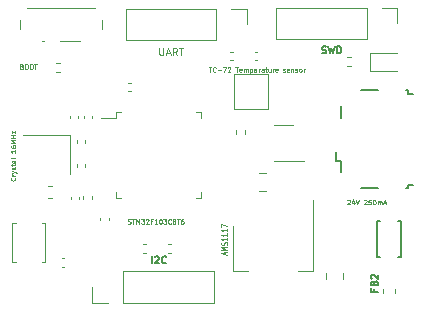
<source format=gbr>
%TF.GenerationSoftware,KiCad,Pcbnew,7.0.1*%
%TF.CreationDate,2024-04-05T01:09:51+05:30*%
%TF.ProjectId,stm32spi_new,73746d33-3273-4706-995f-6e65772e6b69,rev?*%
%TF.SameCoordinates,Original*%
%TF.FileFunction,Legend,Top*%
%TF.FilePolarity,Positive*%
%FSLAX46Y46*%
G04 Gerber Fmt 4.6, Leading zero omitted, Abs format (unit mm)*
G04 Created by KiCad (PCBNEW 7.0.1) date 2024-04-05 01:09:51*
%MOMM*%
%LPD*%
G01*
G04 APERTURE LIST*
%ADD10C,0.100000*%
%ADD11C,0.150000*%
%ADD12C,0.120000*%
%ADD13C,0.152400*%
G04 APERTURE END LIST*
D10*
%TO.C,STM32F103C8T6*%
X153757620Y-108256000D02*
X153814763Y-108275047D01*
X153814763Y-108275047D02*
X153910001Y-108275047D01*
X153910001Y-108275047D02*
X153948096Y-108256000D01*
X153948096Y-108256000D02*
X153967144Y-108236952D01*
X153967144Y-108236952D02*
X153986191Y-108198857D01*
X153986191Y-108198857D02*
X153986191Y-108160761D01*
X153986191Y-108160761D02*
X153967144Y-108122666D01*
X153967144Y-108122666D02*
X153948096Y-108103619D01*
X153948096Y-108103619D02*
X153910001Y-108084571D01*
X153910001Y-108084571D02*
X153833810Y-108065523D01*
X153833810Y-108065523D02*
X153795715Y-108046476D01*
X153795715Y-108046476D02*
X153776668Y-108027428D01*
X153776668Y-108027428D02*
X153757620Y-107989333D01*
X153757620Y-107989333D02*
X153757620Y-107951238D01*
X153757620Y-107951238D02*
X153776668Y-107913142D01*
X153776668Y-107913142D02*
X153795715Y-107894095D01*
X153795715Y-107894095D02*
X153833810Y-107875047D01*
X153833810Y-107875047D02*
X153929049Y-107875047D01*
X153929049Y-107875047D02*
X153986191Y-107894095D01*
X154100477Y-107875047D02*
X154329048Y-107875047D01*
X154214762Y-108275047D02*
X154214762Y-107875047D01*
X154462382Y-108275047D02*
X154462382Y-107875047D01*
X154462382Y-107875047D02*
X154595715Y-108160761D01*
X154595715Y-108160761D02*
X154729048Y-107875047D01*
X154729048Y-107875047D02*
X154729048Y-108275047D01*
X154881429Y-107875047D02*
X155129048Y-107875047D01*
X155129048Y-107875047D02*
X154995715Y-108027428D01*
X154995715Y-108027428D02*
X155052858Y-108027428D01*
X155052858Y-108027428D02*
X155090953Y-108046476D01*
X155090953Y-108046476D02*
X155110001Y-108065523D01*
X155110001Y-108065523D02*
X155129048Y-108103619D01*
X155129048Y-108103619D02*
X155129048Y-108198857D01*
X155129048Y-108198857D02*
X155110001Y-108236952D01*
X155110001Y-108236952D02*
X155090953Y-108256000D01*
X155090953Y-108256000D02*
X155052858Y-108275047D01*
X155052858Y-108275047D02*
X154938572Y-108275047D01*
X154938572Y-108275047D02*
X154900477Y-108256000D01*
X154900477Y-108256000D02*
X154881429Y-108236952D01*
X155281429Y-107913142D02*
X155300477Y-107894095D01*
X155300477Y-107894095D02*
X155338572Y-107875047D01*
X155338572Y-107875047D02*
X155433810Y-107875047D01*
X155433810Y-107875047D02*
X155471905Y-107894095D01*
X155471905Y-107894095D02*
X155490953Y-107913142D01*
X155490953Y-107913142D02*
X155510000Y-107951238D01*
X155510000Y-107951238D02*
X155510000Y-107989333D01*
X155510000Y-107989333D02*
X155490953Y-108046476D01*
X155490953Y-108046476D02*
X155262381Y-108275047D01*
X155262381Y-108275047D02*
X155510000Y-108275047D01*
X155814762Y-108065523D02*
X155681429Y-108065523D01*
X155681429Y-108275047D02*
X155681429Y-107875047D01*
X155681429Y-107875047D02*
X155871905Y-107875047D01*
X156233809Y-108275047D02*
X156005238Y-108275047D01*
X156119524Y-108275047D02*
X156119524Y-107875047D01*
X156119524Y-107875047D02*
X156081428Y-107932190D01*
X156081428Y-107932190D02*
X156043333Y-107970285D01*
X156043333Y-107970285D02*
X156005238Y-107989333D01*
X156481428Y-107875047D02*
X156519523Y-107875047D01*
X156519523Y-107875047D02*
X156557619Y-107894095D01*
X156557619Y-107894095D02*
X156576666Y-107913142D01*
X156576666Y-107913142D02*
X156595714Y-107951238D01*
X156595714Y-107951238D02*
X156614761Y-108027428D01*
X156614761Y-108027428D02*
X156614761Y-108122666D01*
X156614761Y-108122666D02*
X156595714Y-108198857D01*
X156595714Y-108198857D02*
X156576666Y-108236952D01*
X156576666Y-108236952D02*
X156557619Y-108256000D01*
X156557619Y-108256000D02*
X156519523Y-108275047D01*
X156519523Y-108275047D02*
X156481428Y-108275047D01*
X156481428Y-108275047D02*
X156443333Y-108256000D01*
X156443333Y-108256000D02*
X156424285Y-108236952D01*
X156424285Y-108236952D02*
X156405238Y-108198857D01*
X156405238Y-108198857D02*
X156386190Y-108122666D01*
X156386190Y-108122666D02*
X156386190Y-108027428D01*
X156386190Y-108027428D02*
X156405238Y-107951238D01*
X156405238Y-107951238D02*
X156424285Y-107913142D01*
X156424285Y-107913142D02*
X156443333Y-107894095D01*
X156443333Y-107894095D02*
X156481428Y-107875047D01*
X156748094Y-107875047D02*
X156995713Y-107875047D01*
X156995713Y-107875047D02*
X156862380Y-108027428D01*
X156862380Y-108027428D02*
X156919523Y-108027428D01*
X156919523Y-108027428D02*
X156957618Y-108046476D01*
X156957618Y-108046476D02*
X156976666Y-108065523D01*
X156976666Y-108065523D02*
X156995713Y-108103619D01*
X156995713Y-108103619D02*
X156995713Y-108198857D01*
X156995713Y-108198857D02*
X156976666Y-108236952D01*
X156976666Y-108236952D02*
X156957618Y-108256000D01*
X156957618Y-108256000D02*
X156919523Y-108275047D01*
X156919523Y-108275047D02*
X156805237Y-108275047D01*
X156805237Y-108275047D02*
X156767142Y-108256000D01*
X156767142Y-108256000D02*
X156748094Y-108236952D01*
X157395713Y-108236952D02*
X157376665Y-108256000D01*
X157376665Y-108256000D02*
X157319523Y-108275047D01*
X157319523Y-108275047D02*
X157281427Y-108275047D01*
X157281427Y-108275047D02*
X157224284Y-108256000D01*
X157224284Y-108256000D02*
X157186189Y-108217904D01*
X157186189Y-108217904D02*
X157167142Y-108179809D01*
X157167142Y-108179809D02*
X157148094Y-108103619D01*
X157148094Y-108103619D02*
X157148094Y-108046476D01*
X157148094Y-108046476D02*
X157167142Y-107970285D01*
X157167142Y-107970285D02*
X157186189Y-107932190D01*
X157186189Y-107932190D02*
X157224284Y-107894095D01*
X157224284Y-107894095D02*
X157281427Y-107875047D01*
X157281427Y-107875047D02*
X157319523Y-107875047D01*
X157319523Y-107875047D02*
X157376665Y-107894095D01*
X157376665Y-107894095D02*
X157395713Y-107913142D01*
X157624284Y-108046476D02*
X157586189Y-108027428D01*
X157586189Y-108027428D02*
X157567142Y-108008380D01*
X157567142Y-108008380D02*
X157548094Y-107970285D01*
X157548094Y-107970285D02*
X157548094Y-107951238D01*
X157548094Y-107951238D02*
X157567142Y-107913142D01*
X157567142Y-107913142D02*
X157586189Y-107894095D01*
X157586189Y-107894095D02*
X157624284Y-107875047D01*
X157624284Y-107875047D02*
X157700475Y-107875047D01*
X157700475Y-107875047D02*
X157738570Y-107894095D01*
X157738570Y-107894095D02*
X157757618Y-107913142D01*
X157757618Y-107913142D02*
X157776665Y-107951238D01*
X157776665Y-107951238D02*
X157776665Y-107970285D01*
X157776665Y-107970285D02*
X157757618Y-108008380D01*
X157757618Y-108008380D02*
X157738570Y-108027428D01*
X157738570Y-108027428D02*
X157700475Y-108046476D01*
X157700475Y-108046476D02*
X157624284Y-108046476D01*
X157624284Y-108046476D02*
X157586189Y-108065523D01*
X157586189Y-108065523D02*
X157567142Y-108084571D01*
X157567142Y-108084571D02*
X157548094Y-108122666D01*
X157548094Y-108122666D02*
X157548094Y-108198857D01*
X157548094Y-108198857D02*
X157567142Y-108236952D01*
X157567142Y-108236952D02*
X157586189Y-108256000D01*
X157586189Y-108256000D02*
X157624284Y-108275047D01*
X157624284Y-108275047D02*
X157700475Y-108275047D01*
X157700475Y-108275047D02*
X157738570Y-108256000D01*
X157738570Y-108256000D02*
X157757618Y-108236952D01*
X157757618Y-108236952D02*
X157776665Y-108198857D01*
X157776665Y-108198857D02*
X157776665Y-108122666D01*
X157776665Y-108122666D02*
X157757618Y-108084571D01*
X157757618Y-108084571D02*
X157738570Y-108065523D01*
X157738570Y-108065523D02*
X157700475Y-108046476D01*
X157890951Y-107875047D02*
X158119522Y-107875047D01*
X158005236Y-108275047D02*
X158005236Y-107875047D01*
X158424284Y-107875047D02*
X158348094Y-107875047D01*
X158348094Y-107875047D02*
X158309998Y-107894095D01*
X158309998Y-107894095D02*
X158290951Y-107913142D01*
X158290951Y-107913142D02*
X158252856Y-107970285D01*
X158252856Y-107970285D02*
X158233808Y-108046476D01*
X158233808Y-108046476D02*
X158233808Y-108198857D01*
X158233808Y-108198857D02*
X158252856Y-108236952D01*
X158252856Y-108236952D02*
X158271903Y-108256000D01*
X158271903Y-108256000D02*
X158309998Y-108275047D01*
X158309998Y-108275047D02*
X158386189Y-108275047D01*
X158386189Y-108275047D02*
X158424284Y-108256000D01*
X158424284Y-108256000D02*
X158443332Y-108236952D01*
X158443332Y-108236952D02*
X158462379Y-108198857D01*
X158462379Y-108198857D02*
X158462379Y-108103619D01*
X158462379Y-108103619D02*
X158443332Y-108065523D01*
X158443332Y-108065523D02*
X158424284Y-108046476D01*
X158424284Y-108046476D02*
X158386189Y-108027428D01*
X158386189Y-108027428D02*
X158309998Y-108027428D01*
X158309998Y-108027428D02*
X158271903Y-108046476D01*
X158271903Y-108046476D02*
X158252856Y-108065523D01*
X158252856Y-108065523D02*
X158233808Y-108103619D01*
%TO.C,UART*%
X156412857Y-93387571D02*
X156412857Y-93873285D01*
X156412857Y-93873285D02*
X156441428Y-93930428D01*
X156441428Y-93930428D02*
X156470000Y-93959000D01*
X156470000Y-93959000D02*
X156527142Y-93987571D01*
X156527142Y-93987571D02*
X156641428Y-93987571D01*
X156641428Y-93987571D02*
X156698571Y-93959000D01*
X156698571Y-93959000D02*
X156727142Y-93930428D01*
X156727142Y-93930428D02*
X156755714Y-93873285D01*
X156755714Y-93873285D02*
X156755714Y-93387571D01*
X157012856Y-93816142D02*
X157298571Y-93816142D01*
X156955713Y-93987571D02*
X157155713Y-93387571D01*
X157155713Y-93387571D02*
X157355713Y-93987571D01*
X157898571Y-93987571D02*
X157698571Y-93701857D01*
X157555714Y-93987571D02*
X157555714Y-93387571D01*
X157555714Y-93387571D02*
X157784285Y-93387571D01*
X157784285Y-93387571D02*
X157841428Y-93416142D01*
X157841428Y-93416142D02*
X157869999Y-93444714D01*
X157869999Y-93444714D02*
X157898571Y-93501857D01*
X157898571Y-93501857D02*
X157898571Y-93587571D01*
X157898571Y-93587571D02*
X157869999Y-93644714D01*
X157869999Y-93644714D02*
X157841428Y-93673285D01*
X157841428Y-93673285D02*
X157784285Y-93701857D01*
X157784285Y-93701857D02*
X157555714Y-93701857D01*
X158069999Y-93387571D02*
X158412857Y-93387571D01*
X158241428Y-93987571D02*
X158241428Y-93387571D01*
D11*
%TO.C,FB2*%
X174623285Y-113809999D02*
X174623285Y-114009999D01*
X174937571Y-114009999D02*
X174337571Y-114009999D01*
X174337571Y-114009999D02*
X174337571Y-113724285D01*
X174623285Y-113295713D02*
X174651857Y-113209999D01*
X174651857Y-113209999D02*
X174680428Y-113181428D01*
X174680428Y-113181428D02*
X174737571Y-113152856D01*
X174737571Y-113152856D02*
X174823285Y-113152856D01*
X174823285Y-113152856D02*
X174880428Y-113181428D01*
X174880428Y-113181428D02*
X174909000Y-113209999D01*
X174909000Y-113209999D02*
X174937571Y-113267142D01*
X174937571Y-113267142D02*
X174937571Y-113495713D01*
X174937571Y-113495713D02*
X174337571Y-113495713D01*
X174337571Y-113495713D02*
X174337571Y-113295713D01*
X174337571Y-113295713D02*
X174366142Y-113238571D01*
X174366142Y-113238571D02*
X174394714Y-113209999D01*
X174394714Y-113209999D02*
X174451857Y-113181428D01*
X174451857Y-113181428D02*
X174509000Y-113181428D01*
X174509000Y-113181428D02*
X174566142Y-113209999D01*
X174566142Y-113209999D02*
X174594714Y-113238571D01*
X174594714Y-113238571D02*
X174623285Y-113295713D01*
X174623285Y-113295713D02*
X174623285Y-113495713D01*
X174394714Y-112924285D02*
X174366142Y-112895713D01*
X174366142Y-112895713D02*
X174337571Y-112838571D01*
X174337571Y-112838571D02*
X174337571Y-112695713D01*
X174337571Y-112695713D02*
X174366142Y-112638571D01*
X174366142Y-112638571D02*
X174394714Y-112609999D01*
X174394714Y-112609999D02*
X174451857Y-112581428D01*
X174451857Y-112581428D02*
X174509000Y-112581428D01*
X174509000Y-112581428D02*
X174594714Y-112609999D01*
X174594714Y-112609999D02*
X174937571Y-112952856D01*
X174937571Y-112952856D02*
X174937571Y-112581428D01*
D10*
%TO.C,AMS1117*%
X162008452Y-110866189D02*
X162008452Y-110675713D01*
X162151309Y-110904284D02*
X161651309Y-110770951D01*
X161651309Y-110770951D02*
X162151309Y-110637618D01*
X162151309Y-110504284D02*
X161651309Y-110504284D01*
X161651309Y-110504284D02*
X162008452Y-110370951D01*
X162008452Y-110370951D02*
X161651309Y-110237618D01*
X161651309Y-110237618D02*
X162151309Y-110237618D01*
X162127500Y-110066189D02*
X162151309Y-110009046D01*
X162151309Y-110009046D02*
X162151309Y-109913808D01*
X162151309Y-109913808D02*
X162127500Y-109875713D01*
X162127500Y-109875713D02*
X162103690Y-109856665D01*
X162103690Y-109856665D02*
X162056071Y-109837618D01*
X162056071Y-109837618D02*
X162008452Y-109837618D01*
X162008452Y-109837618D02*
X161960833Y-109856665D01*
X161960833Y-109856665D02*
X161937023Y-109875713D01*
X161937023Y-109875713D02*
X161913214Y-109913808D01*
X161913214Y-109913808D02*
X161889404Y-109989999D01*
X161889404Y-109989999D02*
X161865595Y-110028094D01*
X161865595Y-110028094D02*
X161841785Y-110047141D01*
X161841785Y-110047141D02*
X161794166Y-110066189D01*
X161794166Y-110066189D02*
X161746547Y-110066189D01*
X161746547Y-110066189D02*
X161698928Y-110047141D01*
X161698928Y-110047141D02*
X161675119Y-110028094D01*
X161675119Y-110028094D02*
X161651309Y-109989999D01*
X161651309Y-109989999D02*
X161651309Y-109894760D01*
X161651309Y-109894760D02*
X161675119Y-109837618D01*
X162151309Y-109456666D02*
X162151309Y-109685237D01*
X162151309Y-109570951D02*
X161651309Y-109570951D01*
X161651309Y-109570951D02*
X161722738Y-109609047D01*
X161722738Y-109609047D02*
X161770357Y-109647142D01*
X161770357Y-109647142D02*
X161794166Y-109685237D01*
X162151309Y-109075714D02*
X162151309Y-109304285D01*
X162151309Y-109189999D02*
X161651309Y-109189999D01*
X161651309Y-109189999D02*
X161722738Y-109228095D01*
X161722738Y-109228095D02*
X161770357Y-109266190D01*
X161770357Y-109266190D02*
X161794166Y-109304285D01*
X162151309Y-108694762D02*
X162151309Y-108923333D01*
X162151309Y-108809047D02*
X161651309Y-108809047D01*
X161651309Y-108809047D02*
X161722738Y-108847143D01*
X161722738Y-108847143D02*
X161770357Y-108885238D01*
X161770357Y-108885238D02*
X161794166Y-108923333D01*
X161651309Y-108561429D02*
X161651309Y-108294762D01*
X161651309Y-108294762D02*
X162151309Y-108466191D01*
%TO.C,24V 250mA*%
X172311906Y-106273142D02*
X172330954Y-106254095D01*
X172330954Y-106254095D02*
X172369049Y-106235047D01*
X172369049Y-106235047D02*
X172464287Y-106235047D01*
X172464287Y-106235047D02*
X172502382Y-106254095D01*
X172502382Y-106254095D02*
X172521430Y-106273142D01*
X172521430Y-106273142D02*
X172540477Y-106311238D01*
X172540477Y-106311238D02*
X172540477Y-106349333D01*
X172540477Y-106349333D02*
X172521430Y-106406476D01*
X172521430Y-106406476D02*
X172292858Y-106635047D01*
X172292858Y-106635047D02*
X172540477Y-106635047D01*
X172883334Y-106368380D02*
X172883334Y-106635047D01*
X172788096Y-106216000D02*
X172692858Y-106501714D01*
X172692858Y-106501714D02*
X172940477Y-106501714D01*
X173035715Y-106235047D02*
X173169048Y-106635047D01*
X173169048Y-106635047D02*
X173302381Y-106235047D01*
X173721429Y-106273142D02*
X173740477Y-106254095D01*
X173740477Y-106254095D02*
X173778572Y-106235047D01*
X173778572Y-106235047D02*
X173873810Y-106235047D01*
X173873810Y-106235047D02*
X173911905Y-106254095D01*
X173911905Y-106254095D02*
X173930953Y-106273142D01*
X173930953Y-106273142D02*
X173950000Y-106311238D01*
X173950000Y-106311238D02*
X173950000Y-106349333D01*
X173950000Y-106349333D02*
X173930953Y-106406476D01*
X173930953Y-106406476D02*
X173702381Y-106635047D01*
X173702381Y-106635047D02*
X173950000Y-106635047D01*
X174311905Y-106235047D02*
X174121429Y-106235047D01*
X174121429Y-106235047D02*
X174102381Y-106425523D01*
X174102381Y-106425523D02*
X174121429Y-106406476D01*
X174121429Y-106406476D02*
X174159524Y-106387428D01*
X174159524Y-106387428D02*
X174254762Y-106387428D01*
X174254762Y-106387428D02*
X174292857Y-106406476D01*
X174292857Y-106406476D02*
X174311905Y-106425523D01*
X174311905Y-106425523D02*
X174330952Y-106463619D01*
X174330952Y-106463619D02*
X174330952Y-106558857D01*
X174330952Y-106558857D02*
X174311905Y-106596952D01*
X174311905Y-106596952D02*
X174292857Y-106616000D01*
X174292857Y-106616000D02*
X174254762Y-106635047D01*
X174254762Y-106635047D02*
X174159524Y-106635047D01*
X174159524Y-106635047D02*
X174121429Y-106616000D01*
X174121429Y-106616000D02*
X174102381Y-106596952D01*
X174578571Y-106235047D02*
X174616666Y-106235047D01*
X174616666Y-106235047D02*
X174654762Y-106254095D01*
X174654762Y-106254095D02*
X174673809Y-106273142D01*
X174673809Y-106273142D02*
X174692857Y-106311238D01*
X174692857Y-106311238D02*
X174711904Y-106387428D01*
X174711904Y-106387428D02*
X174711904Y-106482666D01*
X174711904Y-106482666D02*
X174692857Y-106558857D01*
X174692857Y-106558857D02*
X174673809Y-106596952D01*
X174673809Y-106596952D02*
X174654762Y-106616000D01*
X174654762Y-106616000D02*
X174616666Y-106635047D01*
X174616666Y-106635047D02*
X174578571Y-106635047D01*
X174578571Y-106635047D02*
X174540476Y-106616000D01*
X174540476Y-106616000D02*
X174521428Y-106596952D01*
X174521428Y-106596952D02*
X174502381Y-106558857D01*
X174502381Y-106558857D02*
X174483333Y-106482666D01*
X174483333Y-106482666D02*
X174483333Y-106387428D01*
X174483333Y-106387428D02*
X174502381Y-106311238D01*
X174502381Y-106311238D02*
X174521428Y-106273142D01*
X174521428Y-106273142D02*
X174540476Y-106254095D01*
X174540476Y-106254095D02*
X174578571Y-106235047D01*
X174883333Y-106635047D02*
X174883333Y-106368380D01*
X174883333Y-106406476D02*
X174902380Y-106387428D01*
X174902380Y-106387428D02*
X174940475Y-106368380D01*
X174940475Y-106368380D02*
X174997618Y-106368380D01*
X174997618Y-106368380D02*
X175035714Y-106387428D01*
X175035714Y-106387428D02*
X175054761Y-106425523D01*
X175054761Y-106425523D02*
X175054761Y-106635047D01*
X175054761Y-106425523D02*
X175073809Y-106387428D01*
X175073809Y-106387428D02*
X175111904Y-106368380D01*
X175111904Y-106368380D02*
X175169047Y-106368380D01*
X175169047Y-106368380D02*
X175207142Y-106387428D01*
X175207142Y-106387428D02*
X175226190Y-106425523D01*
X175226190Y-106425523D02*
X175226190Y-106635047D01*
X175397618Y-106520761D02*
X175588094Y-106520761D01*
X175359523Y-106635047D02*
X175492856Y-106235047D01*
X175492856Y-106235047D02*
X175626189Y-106635047D01*
D11*
%TO.C,SWD*%
X170185714Y-93819000D02*
X170271429Y-93847571D01*
X170271429Y-93847571D02*
X170414286Y-93847571D01*
X170414286Y-93847571D02*
X170471429Y-93819000D01*
X170471429Y-93819000D02*
X170500000Y-93790428D01*
X170500000Y-93790428D02*
X170528571Y-93733285D01*
X170528571Y-93733285D02*
X170528571Y-93676142D01*
X170528571Y-93676142D02*
X170500000Y-93619000D01*
X170500000Y-93619000D02*
X170471429Y-93590428D01*
X170471429Y-93590428D02*
X170414286Y-93561857D01*
X170414286Y-93561857D02*
X170300000Y-93533285D01*
X170300000Y-93533285D02*
X170242857Y-93504714D01*
X170242857Y-93504714D02*
X170214286Y-93476142D01*
X170214286Y-93476142D02*
X170185714Y-93419000D01*
X170185714Y-93419000D02*
X170185714Y-93361857D01*
X170185714Y-93361857D02*
X170214286Y-93304714D01*
X170214286Y-93304714D02*
X170242857Y-93276142D01*
X170242857Y-93276142D02*
X170300000Y-93247571D01*
X170300000Y-93247571D02*
X170442857Y-93247571D01*
X170442857Y-93247571D02*
X170528571Y-93276142D01*
X170728572Y-93247571D02*
X170871429Y-93847571D01*
X170871429Y-93847571D02*
X170985715Y-93419000D01*
X170985715Y-93419000D02*
X171100000Y-93847571D01*
X171100000Y-93847571D02*
X171242858Y-93247571D01*
X171471429Y-93847571D02*
X171471429Y-93247571D01*
X171471429Y-93247571D02*
X171614286Y-93247571D01*
X171614286Y-93247571D02*
X171700000Y-93276142D01*
X171700000Y-93276142D02*
X171757143Y-93333285D01*
X171757143Y-93333285D02*
X171785714Y-93390428D01*
X171785714Y-93390428D02*
X171814286Y-93504714D01*
X171814286Y-93504714D02*
X171814286Y-93590428D01*
X171814286Y-93590428D02*
X171785714Y-93704714D01*
X171785714Y-93704714D02*
X171757143Y-93761857D01*
X171757143Y-93761857D02*
X171700000Y-93819000D01*
X171700000Y-93819000D02*
X171614286Y-93847571D01*
X171614286Y-93847571D02*
X171471429Y-93847571D01*
D10*
%TO.C,BOOT*%
X144757142Y-94955523D02*
X144814285Y-94974571D01*
X144814285Y-94974571D02*
X144833332Y-94993619D01*
X144833332Y-94993619D02*
X144852380Y-95031714D01*
X144852380Y-95031714D02*
X144852380Y-95088857D01*
X144852380Y-95088857D02*
X144833332Y-95126952D01*
X144833332Y-95126952D02*
X144814285Y-95146000D01*
X144814285Y-95146000D02*
X144776190Y-95165047D01*
X144776190Y-95165047D02*
X144623809Y-95165047D01*
X144623809Y-95165047D02*
X144623809Y-94765047D01*
X144623809Y-94765047D02*
X144757142Y-94765047D01*
X144757142Y-94765047D02*
X144795237Y-94784095D01*
X144795237Y-94784095D02*
X144814285Y-94803142D01*
X144814285Y-94803142D02*
X144833332Y-94841238D01*
X144833332Y-94841238D02*
X144833332Y-94879333D01*
X144833332Y-94879333D02*
X144814285Y-94917428D01*
X144814285Y-94917428D02*
X144795237Y-94936476D01*
X144795237Y-94936476D02*
X144757142Y-94955523D01*
X144757142Y-94955523D02*
X144623809Y-94955523D01*
X145099999Y-94765047D02*
X145176190Y-94765047D01*
X145176190Y-94765047D02*
X145214285Y-94784095D01*
X145214285Y-94784095D02*
X145252380Y-94822190D01*
X145252380Y-94822190D02*
X145271428Y-94898380D01*
X145271428Y-94898380D02*
X145271428Y-95031714D01*
X145271428Y-95031714D02*
X145252380Y-95107904D01*
X145252380Y-95107904D02*
X145214285Y-95146000D01*
X145214285Y-95146000D02*
X145176190Y-95165047D01*
X145176190Y-95165047D02*
X145099999Y-95165047D01*
X145099999Y-95165047D02*
X145061904Y-95146000D01*
X145061904Y-95146000D02*
X145023809Y-95107904D01*
X145023809Y-95107904D02*
X145004761Y-95031714D01*
X145004761Y-95031714D02*
X145004761Y-94898380D01*
X145004761Y-94898380D02*
X145023809Y-94822190D01*
X145023809Y-94822190D02*
X145061904Y-94784095D01*
X145061904Y-94784095D02*
X145099999Y-94765047D01*
X145519047Y-94765047D02*
X145595238Y-94765047D01*
X145595238Y-94765047D02*
X145633333Y-94784095D01*
X145633333Y-94784095D02*
X145671428Y-94822190D01*
X145671428Y-94822190D02*
X145690476Y-94898380D01*
X145690476Y-94898380D02*
X145690476Y-95031714D01*
X145690476Y-95031714D02*
X145671428Y-95107904D01*
X145671428Y-95107904D02*
X145633333Y-95146000D01*
X145633333Y-95146000D02*
X145595238Y-95165047D01*
X145595238Y-95165047D02*
X145519047Y-95165047D01*
X145519047Y-95165047D02*
X145480952Y-95146000D01*
X145480952Y-95146000D02*
X145442857Y-95107904D01*
X145442857Y-95107904D02*
X145423809Y-95031714D01*
X145423809Y-95031714D02*
X145423809Y-94898380D01*
X145423809Y-94898380D02*
X145442857Y-94822190D01*
X145442857Y-94822190D02*
X145480952Y-94784095D01*
X145480952Y-94784095D02*
X145519047Y-94765047D01*
X145804762Y-94765047D02*
X146033333Y-94765047D01*
X145919047Y-95165047D02*
X145919047Y-94765047D01*
D11*
%TO.C,I2C*%
X155784286Y-111627571D02*
X155784286Y-111027571D01*
X156041428Y-111084714D02*
X156070000Y-111056142D01*
X156070000Y-111056142D02*
X156127143Y-111027571D01*
X156127143Y-111027571D02*
X156270000Y-111027571D01*
X156270000Y-111027571D02*
X156327143Y-111056142D01*
X156327143Y-111056142D02*
X156355714Y-111084714D01*
X156355714Y-111084714D02*
X156384285Y-111141857D01*
X156384285Y-111141857D02*
X156384285Y-111199000D01*
X156384285Y-111199000D02*
X156355714Y-111284714D01*
X156355714Y-111284714D02*
X156012857Y-111627571D01*
X156012857Y-111627571D02*
X156384285Y-111627571D01*
X156984286Y-111570428D02*
X156955714Y-111599000D01*
X156955714Y-111599000D02*
X156870000Y-111627571D01*
X156870000Y-111627571D02*
X156812857Y-111627571D01*
X156812857Y-111627571D02*
X156727143Y-111599000D01*
X156727143Y-111599000D02*
X156670000Y-111541857D01*
X156670000Y-111541857D02*
X156641429Y-111484714D01*
X156641429Y-111484714D02*
X156612857Y-111370428D01*
X156612857Y-111370428D02*
X156612857Y-111284714D01*
X156612857Y-111284714D02*
X156641429Y-111170428D01*
X156641429Y-111170428D02*
X156670000Y-111113285D01*
X156670000Y-111113285D02*
X156727143Y-111056142D01*
X156727143Y-111056142D02*
X156812857Y-111027571D01*
X156812857Y-111027571D02*
X156870000Y-111027571D01*
X156870000Y-111027571D02*
X156955714Y-111056142D01*
X156955714Y-111056142D02*
X156984286Y-111084714D01*
D10*
%TO.C,TC-72 Temparature sensor*%
X160583809Y-95015047D02*
X160812380Y-95015047D01*
X160698094Y-95415047D02*
X160698094Y-95015047D01*
X161174285Y-95376952D02*
X161155237Y-95396000D01*
X161155237Y-95396000D02*
X161098095Y-95415047D01*
X161098095Y-95415047D02*
X161059999Y-95415047D01*
X161059999Y-95415047D02*
X161002856Y-95396000D01*
X161002856Y-95396000D02*
X160964761Y-95357904D01*
X160964761Y-95357904D02*
X160945714Y-95319809D01*
X160945714Y-95319809D02*
X160926666Y-95243619D01*
X160926666Y-95243619D02*
X160926666Y-95186476D01*
X160926666Y-95186476D02*
X160945714Y-95110285D01*
X160945714Y-95110285D02*
X160964761Y-95072190D01*
X160964761Y-95072190D02*
X161002856Y-95034095D01*
X161002856Y-95034095D02*
X161059999Y-95015047D01*
X161059999Y-95015047D02*
X161098095Y-95015047D01*
X161098095Y-95015047D02*
X161155237Y-95034095D01*
X161155237Y-95034095D02*
X161174285Y-95053142D01*
X161345714Y-95262666D02*
X161650476Y-95262666D01*
X161802856Y-95015047D02*
X162069523Y-95015047D01*
X162069523Y-95015047D02*
X161898094Y-95415047D01*
X162202856Y-95053142D02*
X162221904Y-95034095D01*
X162221904Y-95034095D02*
X162259999Y-95015047D01*
X162259999Y-95015047D02*
X162355237Y-95015047D01*
X162355237Y-95015047D02*
X162393332Y-95034095D01*
X162393332Y-95034095D02*
X162412380Y-95053142D01*
X162412380Y-95053142D02*
X162431427Y-95091238D01*
X162431427Y-95091238D02*
X162431427Y-95129333D01*
X162431427Y-95129333D02*
X162412380Y-95186476D01*
X162412380Y-95186476D02*
X162183808Y-95415047D01*
X162183808Y-95415047D02*
X162431427Y-95415047D01*
X162850475Y-95015047D02*
X163079046Y-95015047D01*
X162964760Y-95415047D02*
X162964760Y-95015047D01*
X163364761Y-95396000D02*
X163326665Y-95415047D01*
X163326665Y-95415047D02*
X163250475Y-95415047D01*
X163250475Y-95415047D02*
X163212380Y-95396000D01*
X163212380Y-95396000D02*
X163193332Y-95357904D01*
X163193332Y-95357904D02*
X163193332Y-95205523D01*
X163193332Y-95205523D02*
X163212380Y-95167428D01*
X163212380Y-95167428D02*
X163250475Y-95148380D01*
X163250475Y-95148380D02*
X163326665Y-95148380D01*
X163326665Y-95148380D02*
X163364761Y-95167428D01*
X163364761Y-95167428D02*
X163383808Y-95205523D01*
X163383808Y-95205523D02*
X163383808Y-95243619D01*
X163383808Y-95243619D02*
X163193332Y-95281714D01*
X163555237Y-95415047D02*
X163555237Y-95148380D01*
X163555237Y-95186476D02*
X163574284Y-95167428D01*
X163574284Y-95167428D02*
X163612379Y-95148380D01*
X163612379Y-95148380D02*
X163669522Y-95148380D01*
X163669522Y-95148380D02*
X163707618Y-95167428D01*
X163707618Y-95167428D02*
X163726665Y-95205523D01*
X163726665Y-95205523D02*
X163726665Y-95415047D01*
X163726665Y-95205523D02*
X163745713Y-95167428D01*
X163745713Y-95167428D02*
X163783808Y-95148380D01*
X163783808Y-95148380D02*
X163840951Y-95148380D01*
X163840951Y-95148380D02*
X163879046Y-95167428D01*
X163879046Y-95167428D02*
X163898094Y-95205523D01*
X163898094Y-95205523D02*
X163898094Y-95415047D01*
X164088570Y-95148380D02*
X164088570Y-95548380D01*
X164088570Y-95167428D02*
X164126665Y-95148380D01*
X164126665Y-95148380D02*
X164202855Y-95148380D01*
X164202855Y-95148380D02*
X164240951Y-95167428D01*
X164240951Y-95167428D02*
X164259998Y-95186476D01*
X164259998Y-95186476D02*
X164279046Y-95224571D01*
X164279046Y-95224571D02*
X164279046Y-95338857D01*
X164279046Y-95338857D02*
X164259998Y-95376952D01*
X164259998Y-95376952D02*
X164240951Y-95396000D01*
X164240951Y-95396000D02*
X164202855Y-95415047D01*
X164202855Y-95415047D02*
X164126665Y-95415047D01*
X164126665Y-95415047D02*
X164088570Y-95396000D01*
X164621903Y-95415047D02*
X164621903Y-95205523D01*
X164621903Y-95205523D02*
X164602856Y-95167428D01*
X164602856Y-95167428D02*
X164564760Y-95148380D01*
X164564760Y-95148380D02*
X164488570Y-95148380D01*
X164488570Y-95148380D02*
X164450475Y-95167428D01*
X164621903Y-95396000D02*
X164583808Y-95415047D01*
X164583808Y-95415047D02*
X164488570Y-95415047D01*
X164488570Y-95415047D02*
X164450475Y-95396000D01*
X164450475Y-95396000D02*
X164431427Y-95357904D01*
X164431427Y-95357904D02*
X164431427Y-95319809D01*
X164431427Y-95319809D02*
X164450475Y-95281714D01*
X164450475Y-95281714D02*
X164488570Y-95262666D01*
X164488570Y-95262666D02*
X164583808Y-95262666D01*
X164583808Y-95262666D02*
X164621903Y-95243619D01*
X164812380Y-95415047D02*
X164812380Y-95148380D01*
X164812380Y-95224571D02*
X164831427Y-95186476D01*
X164831427Y-95186476D02*
X164850475Y-95167428D01*
X164850475Y-95167428D02*
X164888570Y-95148380D01*
X164888570Y-95148380D02*
X164926665Y-95148380D01*
X165231427Y-95415047D02*
X165231427Y-95205523D01*
X165231427Y-95205523D02*
X165212380Y-95167428D01*
X165212380Y-95167428D02*
X165174284Y-95148380D01*
X165174284Y-95148380D02*
X165098094Y-95148380D01*
X165098094Y-95148380D02*
X165059999Y-95167428D01*
X165231427Y-95396000D02*
X165193332Y-95415047D01*
X165193332Y-95415047D02*
X165098094Y-95415047D01*
X165098094Y-95415047D02*
X165059999Y-95396000D01*
X165059999Y-95396000D02*
X165040951Y-95357904D01*
X165040951Y-95357904D02*
X165040951Y-95319809D01*
X165040951Y-95319809D02*
X165059999Y-95281714D01*
X165059999Y-95281714D02*
X165098094Y-95262666D01*
X165098094Y-95262666D02*
X165193332Y-95262666D01*
X165193332Y-95262666D02*
X165231427Y-95243619D01*
X165364761Y-95148380D02*
X165517142Y-95148380D01*
X165421904Y-95015047D02*
X165421904Y-95357904D01*
X165421904Y-95357904D02*
X165440951Y-95396000D01*
X165440951Y-95396000D02*
X165479046Y-95415047D01*
X165479046Y-95415047D02*
X165517142Y-95415047D01*
X165821903Y-95148380D02*
X165821903Y-95415047D01*
X165650475Y-95148380D02*
X165650475Y-95357904D01*
X165650475Y-95357904D02*
X165669522Y-95396000D01*
X165669522Y-95396000D02*
X165707617Y-95415047D01*
X165707617Y-95415047D02*
X165764760Y-95415047D01*
X165764760Y-95415047D02*
X165802856Y-95396000D01*
X165802856Y-95396000D02*
X165821903Y-95376952D01*
X166012380Y-95415047D02*
X166012380Y-95148380D01*
X166012380Y-95224571D02*
X166031427Y-95186476D01*
X166031427Y-95186476D02*
X166050475Y-95167428D01*
X166050475Y-95167428D02*
X166088570Y-95148380D01*
X166088570Y-95148380D02*
X166126665Y-95148380D01*
X166412380Y-95396000D02*
X166374284Y-95415047D01*
X166374284Y-95415047D02*
X166298094Y-95415047D01*
X166298094Y-95415047D02*
X166259999Y-95396000D01*
X166259999Y-95396000D02*
X166240951Y-95357904D01*
X166240951Y-95357904D02*
X166240951Y-95205523D01*
X166240951Y-95205523D02*
X166259999Y-95167428D01*
X166259999Y-95167428D02*
X166298094Y-95148380D01*
X166298094Y-95148380D02*
X166374284Y-95148380D01*
X166374284Y-95148380D02*
X166412380Y-95167428D01*
X166412380Y-95167428D02*
X166431427Y-95205523D01*
X166431427Y-95205523D02*
X166431427Y-95243619D01*
X166431427Y-95243619D02*
X166240951Y-95281714D01*
X166888570Y-95396000D02*
X166926665Y-95415047D01*
X166926665Y-95415047D02*
X167002856Y-95415047D01*
X167002856Y-95415047D02*
X167040951Y-95396000D01*
X167040951Y-95396000D02*
X167059999Y-95357904D01*
X167059999Y-95357904D02*
X167059999Y-95338857D01*
X167059999Y-95338857D02*
X167040951Y-95300761D01*
X167040951Y-95300761D02*
X167002856Y-95281714D01*
X167002856Y-95281714D02*
X166945713Y-95281714D01*
X166945713Y-95281714D02*
X166907618Y-95262666D01*
X166907618Y-95262666D02*
X166888570Y-95224571D01*
X166888570Y-95224571D02*
X166888570Y-95205523D01*
X166888570Y-95205523D02*
X166907618Y-95167428D01*
X166907618Y-95167428D02*
X166945713Y-95148380D01*
X166945713Y-95148380D02*
X167002856Y-95148380D01*
X167002856Y-95148380D02*
X167040951Y-95167428D01*
X167383809Y-95396000D02*
X167345713Y-95415047D01*
X167345713Y-95415047D02*
X167269523Y-95415047D01*
X167269523Y-95415047D02*
X167231428Y-95396000D01*
X167231428Y-95396000D02*
X167212380Y-95357904D01*
X167212380Y-95357904D02*
X167212380Y-95205523D01*
X167212380Y-95205523D02*
X167231428Y-95167428D01*
X167231428Y-95167428D02*
X167269523Y-95148380D01*
X167269523Y-95148380D02*
X167345713Y-95148380D01*
X167345713Y-95148380D02*
X167383809Y-95167428D01*
X167383809Y-95167428D02*
X167402856Y-95205523D01*
X167402856Y-95205523D02*
X167402856Y-95243619D01*
X167402856Y-95243619D02*
X167212380Y-95281714D01*
X167574285Y-95148380D02*
X167574285Y-95415047D01*
X167574285Y-95186476D02*
X167593332Y-95167428D01*
X167593332Y-95167428D02*
X167631427Y-95148380D01*
X167631427Y-95148380D02*
X167688570Y-95148380D01*
X167688570Y-95148380D02*
X167726666Y-95167428D01*
X167726666Y-95167428D02*
X167745713Y-95205523D01*
X167745713Y-95205523D02*
X167745713Y-95415047D01*
X167917142Y-95396000D02*
X167955237Y-95415047D01*
X167955237Y-95415047D02*
X168031428Y-95415047D01*
X168031428Y-95415047D02*
X168069523Y-95396000D01*
X168069523Y-95396000D02*
X168088571Y-95357904D01*
X168088571Y-95357904D02*
X168088571Y-95338857D01*
X168088571Y-95338857D02*
X168069523Y-95300761D01*
X168069523Y-95300761D02*
X168031428Y-95281714D01*
X168031428Y-95281714D02*
X167974285Y-95281714D01*
X167974285Y-95281714D02*
X167936190Y-95262666D01*
X167936190Y-95262666D02*
X167917142Y-95224571D01*
X167917142Y-95224571D02*
X167917142Y-95205523D01*
X167917142Y-95205523D02*
X167936190Y-95167428D01*
X167936190Y-95167428D02*
X167974285Y-95148380D01*
X167974285Y-95148380D02*
X168031428Y-95148380D01*
X168031428Y-95148380D02*
X168069523Y-95167428D01*
X168317142Y-95415047D02*
X168279047Y-95396000D01*
X168279047Y-95396000D02*
X168260000Y-95376952D01*
X168260000Y-95376952D02*
X168240952Y-95338857D01*
X168240952Y-95338857D02*
X168240952Y-95224571D01*
X168240952Y-95224571D02*
X168260000Y-95186476D01*
X168260000Y-95186476D02*
X168279047Y-95167428D01*
X168279047Y-95167428D02*
X168317142Y-95148380D01*
X168317142Y-95148380D02*
X168374285Y-95148380D01*
X168374285Y-95148380D02*
X168412381Y-95167428D01*
X168412381Y-95167428D02*
X168431428Y-95186476D01*
X168431428Y-95186476D02*
X168450476Y-95224571D01*
X168450476Y-95224571D02*
X168450476Y-95338857D01*
X168450476Y-95338857D02*
X168431428Y-95376952D01*
X168431428Y-95376952D02*
X168412381Y-95396000D01*
X168412381Y-95396000D02*
X168374285Y-95415047D01*
X168374285Y-95415047D02*
X168317142Y-95415047D01*
X168621905Y-95415047D02*
X168621905Y-95148380D01*
X168621905Y-95224571D02*
X168640952Y-95186476D01*
X168640952Y-95186476D02*
X168660000Y-95167428D01*
X168660000Y-95167428D02*
X168698095Y-95148380D01*
X168698095Y-95148380D02*
X168736190Y-95148380D01*
%TO.C,Crystal 16MHz*%
X144186952Y-104377619D02*
X144206000Y-104396667D01*
X144206000Y-104396667D02*
X144225047Y-104453809D01*
X144225047Y-104453809D02*
X144225047Y-104491905D01*
X144225047Y-104491905D02*
X144206000Y-104549048D01*
X144206000Y-104549048D02*
X144167904Y-104587143D01*
X144167904Y-104587143D02*
X144129809Y-104606190D01*
X144129809Y-104606190D02*
X144053619Y-104625238D01*
X144053619Y-104625238D02*
X143996476Y-104625238D01*
X143996476Y-104625238D02*
X143920285Y-104606190D01*
X143920285Y-104606190D02*
X143882190Y-104587143D01*
X143882190Y-104587143D02*
X143844095Y-104549048D01*
X143844095Y-104549048D02*
X143825047Y-104491905D01*
X143825047Y-104491905D02*
X143825047Y-104453809D01*
X143825047Y-104453809D02*
X143844095Y-104396667D01*
X143844095Y-104396667D02*
X143863142Y-104377619D01*
X144225047Y-104206190D02*
X143958380Y-104206190D01*
X144034571Y-104206190D02*
X143996476Y-104187143D01*
X143996476Y-104187143D02*
X143977428Y-104168095D01*
X143977428Y-104168095D02*
X143958380Y-104130000D01*
X143958380Y-104130000D02*
X143958380Y-104091905D01*
X143958380Y-103996667D02*
X144225047Y-103901429D01*
X143958380Y-103806190D02*
X144225047Y-103901429D01*
X144225047Y-103901429D02*
X144320285Y-103939524D01*
X144320285Y-103939524D02*
X144339333Y-103958571D01*
X144339333Y-103958571D02*
X144358380Y-103996667D01*
X144206000Y-103672857D02*
X144225047Y-103634762D01*
X144225047Y-103634762D02*
X144225047Y-103558571D01*
X144225047Y-103558571D02*
X144206000Y-103520476D01*
X144206000Y-103520476D02*
X144167904Y-103501428D01*
X144167904Y-103501428D02*
X144148857Y-103501428D01*
X144148857Y-103501428D02*
X144110761Y-103520476D01*
X144110761Y-103520476D02*
X144091714Y-103558571D01*
X144091714Y-103558571D02*
X144091714Y-103615714D01*
X144091714Y-103615714D02*
X144072666Y-103653809D01*
X144072666Y-103653809D02*
X144034571Y-103672857D01*
X144034571Y-103672857D02*
X144015523Y-103672857D01*
X144015523Y-103672857D02*
X143977428Y-103653809D01*
X143977428Y-103653809D02*
X143958380Y-103615714D01*
X143958380Y-103615714D02*
X143958380Y-103558571D01*
X143958380Y-103558571D02*
X143977428Y-103520476D01*
X143958380Y-103387142D02*
X143958380Y-103234761D01*
X143825047Y-103329999D02*
X144167904Y-103329999D01*
X144167904Y-103329999D02*
X144206000Y-103310952D01*
X144206000Y-103310952D02*
X144225047Y-103272857D01*
X144225047Y-103272857D02*
X144225047Y-103234761D01*
X144225047Y-102930000D02*
X144015523Y-102930000D01*
X144015523Y-102930000D02*
X143977428Y-102949047D01*
X143977428Y-102949047D02*
X143958380Y-102987143D01*
X143958380Y-102987143D02*
X143958380Y-103063333D01*
X143958380Y-103063333D02*
X143977428Y-103101428D01*
X144206000Y-102930000D02*
X144225047Y-102968095D01*
X144225047Y-102968095D02*
X144225047Y-103063333D01*
X144225047Y-103063333D02*
X144206000Y-103101428D01*
X144206000Y-103101428D02*
X144167904Y-103120476D01*
X144167904Y-103120476D02*
X144129809Y-103120476D01*
X144129809Y-103120476D02*
X144091714Y-103101428D01*
X144091714Y-103101428D02*
X144072666Y-103063333D01*
X144072666Y-103063333D02*
X144072666Y-102968095D01*
X144072666Y-102968095D02*
X144053619Y-102930000D01*
X144225047Y-102682381D02*
X144206000Y-102720476D01*
X144206000Y-102720476D02*
X144167904Y-102739523D01*
X144167904Y-102739523D02*
X143825047Y-102739523D01*
X144225047Y-102015714D02*
X144225047Y-102244285D01*
X144225047Y-102129999D02*
X143825047Y-102129999D01*
X143825047Y-102129999D02*
X143882190Y-102168095D01*
X143882190Y-102168095D02*
X143920285Y-102206190D01*
X143920285Y-102206190D02*
X143939333Y-102244285D01*
X143825047Y-101672857D02*
X143825047Y-101749047D01*
X143825047Y-101749047D02*
X143844095Y-101787143D01*
X143844095Y-101787143D02*
X143863142Y-101806190D01*
X143863142Y-101806190D02*
X143920285Y-101844285D01*
X143920285Y-101844285D02*
X143996476Y-101863333D01*
X143996476Y-101863333D02*
X144148857Y-101863333D01*
X144148857Y-101863333D02*
X144186952Y-101844285D01*
X144186952Y-101844285D02*
X144206000Y-101825238D01*
X144206000Y-101825238D02*
X144225047Y-101787143D01*
X144225047Y-101787143D02*
X144225047Y-101710952D01*
X144225047Y-101710952D02*
X144206000Y-101672857D01*
X144206000Y-101672857D02*
X144186952Y-101653809D01*
X144186952Y-101653809D02*
X144148857Y-101634762D01*
X144148857Y-101634762D02*
X144053619Y-101634762D01*
X144053619Y-101634762D02*
X144015523Y-101653809D01*
X144015523Y-101653809D02*
X143996476Y-101672857D01*
X143996476Y-101672857D02*
X143977428Y-101710952D01*
X143977428Y-101710952D02*
X143977428Y-101787143D01*
X143977428Y-101787143D02*
X143996476Y-101825238D01*
X143996476Y-101825238D02*
X144015523Y-101844285D01*
X144015523Y-101844285D02*
X144053619Y-101863333D01*
X144225047Y-101463333D02*
X143825047Y-101463333D01*
X143825047Y-101463333D02*
X144110761Y-101330000D01*
X144110761Y-101330000D02*
X143825047Y-101196667D01*
X143825047Y-101196667D02*
X144225047Y-101196667D01*
X144225047Y-101006190D02*
X143825047Y-101006190D01*
X144015523Y-101006190D02*
X144015523Y-100777619D01*
X144225047Y-100777619D02*
X143825047Y-100777619D01*
X143958380Y-100625238D02*
X143958380Y-100415714D01*
X143958380Y-100415714D02*
X144225047Y-100625238D01*
X144225047Y-100625238D02*
X144225047Y-100415714D01*
D12*
%TO.C,FB1*%
X147342779Y-106110000D02*
X147017221Y-106110000D01*
X147342779Y-105090000D02*
X147017221Y-105090000D01*
%TO.C,C2*%
X149410000Y-101407836D02*
X149410000Y-101192164D01*
X150130000Y-101407836D02*
X150130000Y-101192164D01*
%TO.C,STM32F103C8T6*%
X152732500Y-98850000D02*
X152732500Y-99300000D01*
X152732500Y-99300000D02*
X151442500Y-99300000D01*
X152732500Y-106070000D02*
X152732500Y-105620000D01*
X153182500Y-98850000D02*
X152732500Y-98850000D01*
X153182500Y-106070000D02*
X152732500Y-106070000D01*
X159502500Y-98850000D02*
X159952500Y-98850000D01*
X159502500Y-106070000D02*
X159952500Y-106070000D01*
X159952500Y-98850000D02*
X159952500Y-99300000D01*
X159952500Y-106070000D02*
X159952500Y-105620000D01*
%TO.C,C6*%
X150700000Y-105962164D02*
X150700000Y-106177836D01*
X149980000Y-105962164D02*
X149980000Y-106177836D01*
%TO.C,UART*%
X161230000Y-92720000D02*
X153550000Y-92720000D01*
X153550000Y-90060000D02*
X153550000Y-92720000D01*
X161230000Y-90060000D02*
X161230000Y-92720000D01*
X161230000Y-90060000D02*
X153550000Y-90060000D01*
X162500000Y-90060000D02*
X163830000Y-90060000D01*
X163830000Y-90060000D02*
X163830000Y-91390000D01*
%TO.C,C9*%
X149990000Y-99337836D02*
X149990000Y-99122164D01*
X150710000Y-99337836D02*
X150710000Y-99122164D01*
%TO.C,C8*%
X164492164Y-93710000D02*
X164707836Y-93710000D01*
X164492164Y-94430000D02*
X164707836Y-94430000D01*
%TO.C,C3*%
X150120000Y-103427836D02*
X150120000Y-103212164D01*
X149400000Y-103427836D02*
X149400000Y-103212164D01*
%TO.C,R1*%
X147676359Y-94650000D02*
X147983641Y-94650000D01*
X147676359Y-95410000D02*
X147983641Y-95410000D01*
%TO.C,C12*%
X153762164Y-97070000D02*
X153977836Y-97070000D01*
X153762164Y-96350000D02*
X153977836Y-96350000D01*
%TO.C,C13*%
X148817500Y-99347836D02*
X148817500Y-99132164D01*
X149537500Y-99347836D02*
X149537500Y-99132164D01*
%TO.C,U4*%
X166887500Y-103000000D02*
X168687500Y-103000000D01*
X166887500Y-103000000D02*
X166087500Y-103000000D01*
X166887500Y-99880000D02*
X167687500Y-99880000D01*
X166887500Y-99880000D02*
X166087500Y-99880000D01*
%TO.C,FB2*%
X175370000Y-113837221D02*
X175370000Y-114162779D01*
X176390000Y-113837221D02*
X176390000Y-114162779D01*
%TO.C,AMS1117*%
X162620000Y-112240000D02*
X163880000Y-112240000D01*
X169440000Y-112240000D02*
X168180000Y-112240000D01*
X162620000Y-108480000D02*
X162620000Y-112240000D01*
X169440000Y-106230000D02*
X169440000Y-112240000D01*
%TO.C,R*%
X157126359Y-109990000D02*
X157433641Y-109990000D01*
X157126359Y-110750000D02*
X157433641Y-110750000D01*
%TO.C,D1*%
X174217500Y-93845000D02*
X174217500Y-95315000D01*
X174217500Y-95315000D02*
X176502500Y-95315000D01*
X176502500Y-93845000D02*
X174217500Y-93845000D01*
D11*
%TO.C,J1*%
X173520000Y-105270000D02*
X174920000Y-105270000D01*
X177320000Y-105270000D02*
X177470000Y-105270000D01*
X177470000Y-105270000D02*
X177470000Y-104970000D01*
X177470000Y-104970000D02*
X177920000Y-104970000D01*
X171345000Y-102920000D02*
X171770000Y-102920000D01*
X171770000Y-102920000D02*
X171770000Y-103920000D01*
X171345000Y-102195000D02*
X171345000Y-102920000D01*
X171770000Y-99320000D02*
X171770000Y-98320000D01*
X177470000Y-97270000D02*
X177470000Y-96970000D01*
X177920000Y-97270000D02*
X177470000Y-97270000D01*
X174920000Y-96970000D02*
X173520000Y-96970000D01*
X177470000Y-96970000D02*
X177320000Y-96970000D01*
D12*
%TO.C,SWD*%
X173950000Y-92640000D02*
X166270000Y-92640000D01*
X166270000Y-89980000D02*
X166270000Y-92640000D01*
X173950000Y-89980000D02*
X173950000Y-92640000D01*
X173950000Y-89980000D02*
X166270000Y-89980000D01*
X175220000Y-89980000D02*
X176550000Y-89980000D01*
X176550000Y-89980000D02*
X176550000Y-91310000D01*
%TO.C,BOOT*%
X144620000Y-91000000D02*
X144620000Y-91790000D01*
X146670000Y-92840000D02*
X146470000Y-92840000D01*
X149670000Y-92840000D02*
X147970000Y-92840000D01*
X150920000Y-89990000D02*
X145220000Y-89990000D01*
X151520000Y-91790000D02*
X151520000Y-91000000D01*
%TO.C,C7*%
X149620000Y-105972164D02*
X149620000Y-106187836D01*
X148900000Y-105972164D02*
X148900000Y-106187836D01*
%TO.C,SW1*%
X143970000Y-111510000D02*
X143970000Y-108210000D01*
X144270000Y-111510000D02*
X143970000Y-111510000D01*
X146470000Y-111510000D02*
X146770000Y-111510000D01*
X146770000Y-111510000D02*
X146770000Y-108210000D01*
X143970000Y-108210000D02*
X144270000Y-108210000D01*
X146770000Y-108210000D02*
X146470000Y-108210000D01*
%TO.C,I2C*%
X153350000Y-112310000D02*
X161030000Y-112310000D01*
X161030000Y-114970000D02*
X161030000Y-112310000D01*
X153350000Y-114970000D02*
X153350000Y-112310000D01*
X153350000Y-114970000D02*
X161030000Y-114970000D01*
X152080000Y-114970000D02*
X150750000Y-114970000D01*
X150750000Y-114970000D02*
X150750000Y-113640000D01*
%TO.C,C1*%
X148347836Y-111920000D02*
X148132164Y-111920000D01*
X148347836Y-111200000D02*
X148132164Y-111200000D01*
%TO.C,C5*%
X170515000Y-112941252D02*
X170515000Y-112418748D01*
X171985000Y-112941252D02*
X171985000Y-112418748D01*
%TO.C,C10*%
X162617836Y-94440000D02*
X162402164Y-94440000D01*
X162617836Y-93720000D02*
X162402164Y-93720000D01*
D10*
%TO.C,TC-72 Temparature sensor*%
X162720800Y-95617000D02*
X165645800Y-95617000D01*
X165645800Y-95617000D02*
X165645800Y-98592000D01*
X165645800Y-98592000D02*
X162720800Y-98592000D01*
X162720800Y-98592000D02*
X162720800Y-95617000D01*
D12*
%TO.C,R4*%
X155293641Y-110740000D02*
X154986359Y-110740000D01*
X155293641Y-109980000D02*
X154986359Y-109980000D01*
%TO.C,Crystal 16MHz*%
X148840000Y-100780000D02*
X144840000Y-100780000D01*
X148840000Y-104080000D02*
X148840000Y-100780000D01*
%TO.C,R3*%
X172643641Y-94930000D02*
X172336359Y-94930000D01*
X172643641Y-94170000D02*
X172336359Y-94170000D01*
%TO.C,C4*%
X164876248Y-103995000D02*
X165398752Y-103995000D01*
X164876248Y-105465000D02*
X165398752Y-105465000D01*
%TO.C,C11*%
X152120000Y-107772164D02*
X152120000Y-107987836D01*
X151400000Y-107772164D02*
X151400000Y-107987836D01*
%TO.C,R2*%
X163630000Y-100356359D02*
X163630000Y-100663641D01*
X162870000Y-100356359D02*
X162870000Y-100663641D01*
D13*
%TO.C,CR2*%
X174851300Y-111101200D02*
X175128160Y-111101200D01*
X176631840Y-111101200D02*
X176908700Y-111101200D01*
X176908700Y-111101200D02*
X176908700Y-108002400D01*
X174851300Y-108002400D02*
X174851300Y-111101200D01*
X175128160Y-108002400D02*
X174851300Y-108002400D01*
X176908700Y-108002400D02*
X176631840Y-108002400D01*
%TD*%
M02*

</source>
